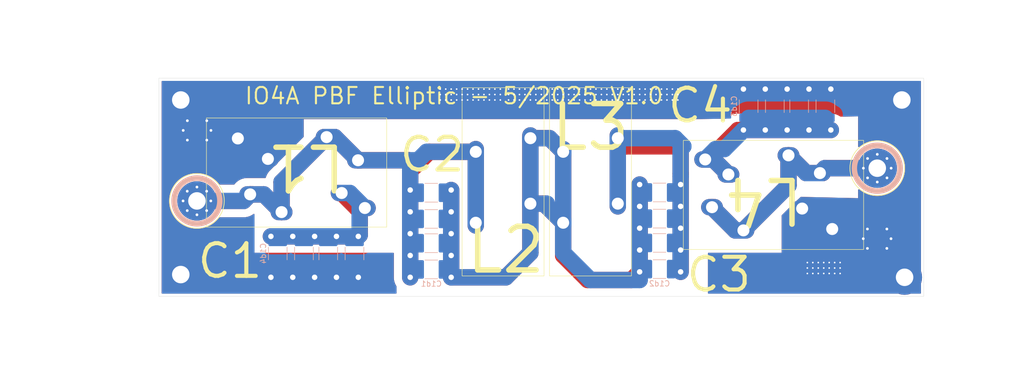
<source format=kicad_pcb>
(kicad_pcb (version 20241229) (generator "pcbnew") (generator_version "9.0")
  (layers (0 "F.Cu" signal) (2 "B.Cu" signal) (13 "F.Paste" user) (15 "B.Paste" user) (5 "F.SilkS" user "F.Silkscreen") (7 "B.SilkS" user "B.Silkscreen") (1 "F.Mask" user) (3 "B.Mask" user) (25 "Edge.Cuts" user))
  (net 0 "")
  (net 1 "Net-(C1-Pad1)")
  (net 2 "GND")
  (net 3 "Net-(J1-In)")
  (net 4 "Net-(C1d1-Pad2)")
  (net 5 "Net-(J2-In)")
  (net 6 "Net-(C1d3-Pad2)")
  (footprint "1_Induttori:va6am_induttore_3_pin_split" (layer "F.Cu") (at 143.7 74.3 180)
    (property "Reference" "L1" (at -1.75 1 180) (layer "F.SilkS") (effects (font (size 8 8) (thickness 1))))
    (property "Value" "L_tri")
    (fp_rect (start -16.5 -10) (end 16.5 10) (stroke (width 0.1)) (fill no) (layer "F.SilkS"))
    (pad "1" thru_hole oval (at -12.5 -6.5) (size 4 3) (drill 2.2) (layers "*.Cu" "*.Mask") (net 1 "Net-(C1-Pad1)"))
    (pad "1" thru_hole oval (at -8.25 -3.75) (size 4 3) (drill 2.2) (layers "*.Cu" "*.Mask") (net 1 "Net-(C1-Pad1)"))
    (pad "2" thru_hole oval (at -11.25 2.25) (size 4 3) (drill 2.2) (layers "*.Cu" "*.Mask") (net 3 "Net-(J1-In)"))
    (pad "2" thru_hole oval (at -5.5 6.5) (size 4 3) (drill 2.2) (layers "*.Cu" "*.Mask") (net 3 "Net-(J1-In)"))
    (pad "2" thru_hole oval (at 2.75 -7.25) (size 4 3) (drill 2.2) (layers "*.Cu" "*.Mask") (net 3 "Net-(J1-In)"))
    (pad "2" thru_hole oval (at 8.5 -4) (size 4 3) (drill 2.2) (layers "*.Cu" "*.Mask") (net 3 "Net-(J1-In)"))
    (pad "3" thru_hole oval (at 5.25 2.5) (size 4 3) (drill 2.2) (layers "*.Cu" "*.Mask") (net 2 "GND"))
    (pad "3" thru_hole oval (at 10.75 6.25) (size 4 3) (drill 2.2) (layers "*.Cu" "*.Mask") (net 2 "GND"))
  )
  (footprint "MountingHole:MountingHole_3.2mm_M3_Pad" (layer "F.Cu") (at 122.5 93)
    (property "Reference" "H1" (hide yes))
    (property "Value" "MountingHole_Pad")
    (pad "1" thru_hole circle (at 0 0) (size 6.4 6.4) (drill 3.2) (layers "*.Cu" "*.Mask") (net 2 "GND"))
  )
  (footprint "3_Condensatori:condensatore_VA6AM_5" (layer "F.Cu") (at 232.5 63 90)
    (property "Reference" "C4" (at 1 -14.9 0) (layer "F.SilkS") (effects (font (size 6 6) (thickness 0.75))))
    (property "Value" "C")
    (pad "1" thru_hole circle (at -3.5 -7 90) (size 1.8 1.8) (drill 1) (layers "*.Cu" "*.Mask") (net 6 "Net-(C1d3-Pad2)"))
    (pad "1" thru_hole circle (at -3.5 -3 90) (size 1.8 1.8) (drill 1) (layers "*.Cu" "*.Mask") (net 6 "Net-(C1d3-Pad2)"))
    (pad "1" thru_hole circle (at -3.5 1 90) (size 1.8 1.8) (drill 1) (layers "*.Cu" "*.Mask") (net 6 "Net-(C1d3-Pad2)"))
    (pad "1" thru_hole circle (at -3.5 5 90) (size 1.8 1.8) (drill 1) (layers "*.Cu" "*.Mask") (net 6 "Net-(C1d3-Pad2)"))
    (pad "1" thru_hole circle (at -3.5 9 90) (size 1.8 1.8) (drill 1) (layers "*.Cu" "*.Mask") (net 6 "Net-(C1d3-Pad2)"))
    (pad "2" thru_hole circle (at 4 -7 90) (size 1.8 1.8) (drill 1) (layers "*.Cu" "*.Mask") (net 2 "GND"))
    (pad "2" thru_hole circle (at 4 -3 90) (size 1.8 1.8) (drill 1) (layers "*.Cu" "*.Mask") (net 2 "GND"))
    (pad "2" thru_hole circle (at 4 1 90) (size 1.8 1.8) (drill 1) (layers "*.Cu" "*.Mask") (net 2 "GND"))
    (pad "2" thru_hole circle (at 4 5 90) (size 1.8 1.8) (drill 1) (layers "*.Cu" "*.Mask") (net 2 "GND"))
    (pad "2" thru_hole circle (at 4 9 90) (size 1.8 1.8) (drill 1) (layers "*.Cu" "*.Mask") (net 2 "GND"))
  )
  (footprint "1_Induttori:va6am_induttore" (layer "F.Cu") (at 181.5 76 90)
    (property "Reference" "L2" (at -12.5 0.5 0) (layer "F.SilkS") (effects (font (size 8 8) (thickness 1))))
    (property "Value" "L")
    (fp_rect (start -17.25 -7.5) (end 17.25 7.5) (stroke (width 0.1)) (fill no) (layer "F.SilkS"))
    (pad "1" thru_hole oval (at -7.5 -5 90) (size 4 3) (drill 2.2) (layers "*.Cu" "*.Mask") (net 3 "Net-(J1-In)"))
    (pad "1" thru_hole oval (at 5.5 -5 90) (size 4 3) (drill 2.2) (layers "*.Cu" "*.Mask") (net 3 "Net-(J1-In)"))
    (pad "2" thru_hole oval (at -4 5 90) (size 4 3) (drill 2.2) (layers "*.Cu" "*.Mask") (net 4 "Net-(C1d1-Pad2)"))
    (pad "2" thru_hole oval (at 8 5 90) (size 4 3) (drill 2.2) (layers "*.Cu" "*.Mask") (net 4 "Net-(C1d1-Pad2)"))
  )
  (footprint "3_Condensatori:condensatore_VA6AM_5" (layer "F.Cu") (at 210.5 85.5 180)
    (property "Reference" "C3" (at -10.5 -7.5 0) (layer "F.SilkS") (effects (font (size 6 6) (thickness 0.75))))
    (property "Value" "C")
    (pad "1" thru_hole circle (at -3.5 -7 180) (size 1.8 1.8) (drill 1) (layers "*.Cu" "*.Mask") (net 5 "Net-(J2-In)"))
    (pad "1" thru_hole circle (at -3.5 -3 180) (size 1.8 1.8) (drill 1) (layers "*.Cu" "*.Mask") (net 5 "Net-(J2-In)"))
    (pad "1" thru_hole circle (at -3.5 1 180) (size 1.8 1.8) (drill 1) (layers "*.Cu" "*.Mask") (net 5 "Net-(J2-In)"))
    (pad "1" thru_hole circle (at -3.5 5 180) (size 1.8 1.8) (drill 1) (layers "*.Cu" "*.Mask") (net 5 "Net-(J2-In)"))
    (pad "1" thru_hole circle (at -3.5 9 180) (size 1.8 1.8) (drill 1) (layers "*.Cu" "*.Mask") (net 5 "Net-(J2-In)"))
    (pad "2" thru_hole circle (at 4 -7 180) (size 1.8 1.8) (drill 1) (layers "*.Cu" "*.Mask") (net 4 "Net-(C1d1-Pad2)"))
    (pad "2" thru_hole circle (at 4 -3 180) (size 1.8 1.8) (drill 1) (layers "*.Cu" "*.Mask") (net 4 "Net-(C1d1-Pad2)"))
    (pad "2" thru_hole circle (at 4 1 180) (size 1.8 1.8) (drill 1) (layers "*.Cu" "*.Mask") (net 4 "Net-(C1d1-Pad2)"))
    (pad "2" thru_hole circle (at 4 5 180) (size 1.8 1.8) (drill 1) (layers "*.Cu" "*.Mask") (net 4 "Net-(C1d1-Pad2)"))
    (pad "2" thru_hole circle (at 4 9 180) (size 1.8 1.8) (drill 1) (layers "*.Cu" "*.Mask") (net 4 "Net-(C1d1-Pad2)"))
  )
  (footprint "MountingHole:MountingHole_3.2mm_M3_Pad" (layer "F.Cu") (at 254.5 61)
    (property "Reference" "H3" (hide yes))
    (property "Value" "MountingHole_Pad")
    (pad "1" thru_hole circle (at 0 0) (size 6.4 6.4) (drill 3.2) (layers "*.Cu" "*.Mask") (net 2 "GND"))
  )
  (footprint "3_Condensatori:condensatore_VA6AM_5" (layer "F.Cu") (at 148 89.5 -90)
    (property "Reference" "C1" (at 1 16.5 0) (layer "F.SilkS") (effects (font (size 6 6) (thickness 0.75))))
    (property "Value" "C")
    (pad "1" thru_hole circle (at -3.5 -7 270) (size 1.8 1.8) (drill 1) (layers "*.Cu" "*.Mask") (net 1 "Net-(C1-Pad1)"))
    (pad "1" thru_hole circle (at -3.5 -3 270) (size 1.8 1.8) (drill 1) (layers "*.Cu" "*.Mask") (net 1 "Net-(C1-Pad1)"))
    (pad "1" thru_hole circle (at -3.5 1 270) (size 1.8 1.8) (drill 1) (layers "*.Cu" "*.Mask") (net 1 "Net-(C1-Pad1)"))
    (pad "1" thru_hole circle (at -3.5 5 270) (size 1.8 1.8) (drill 1) (layers "*.Cu" "*.Mask") (net 1 "Net-(C1-Pad1)"))
    (pad "1" thru_hole circle (at -3.5 9 270) (size 1.8 1.8) (drill 1) (layers "*.Cu" "*.Mask") (net 1 "Net-(C1-Pad1)"))
    (pad "2" thru_hole circle (at 4 -7 270) (size 1.8 1.8) (drill 1) (layers "*.Cu" "*.Mask") (net 2 "GND"))
    (pad "2" thru_hole circle (at 4 -3 270) (size 1.8 1.8) (drill 1) (layers "*.Cu" "*.Mask") (net 2 "GND"))
    (pad "2" thru_hole circle (at 4 1 270) (size 1.8 1.8) (drill 1) (layers "*.Cu" "*.Mask") (net 2 "GND"))
    (pad "2" thru_hole circle (at 4 5 270) (size 1.8 1.8) (drill 1) (layers "*.Cu" "*.Mask") (net 2 "GND"))
    (pad "2" thru_hole circle (at 4 9 270) (size 1.8 1.8) (drill 1) (layers "*.Cu" "*.Mask") (net 2 "GND"))
  )
  (footprint "3_Condensatori:condensatore_VA6AM_5" (layer "F.Cu") (at 168.5 86.5 180)
    (property "Reference" "C2" (at 0 15.5 0) (layer "F.SilkS") (effects (font (size 6 6) (thickness 0.75))))
    (property "Value" "C")
    (pad "1" thru_hole circle (at -3.5 -7 180) (size 1.8 1.8) (drill 1) (layers "*.Cu" "*.Mask") (net 4 "Net-(C1d1-Pad2)"))
    (pad "1" thru_hole circle (at -3.5 -3 180) (size 1.8 1.8) (drill 1) (layers "*.Cu" "*.Mask") (net 4 "Net-(C1d1-Pad2)"))
    (pad "1" thru_hole circle (at -3.5 1 180) (size 1.8 1.8) (drill 1) (layers "*.Cu" "*.Mask") (net 4 "Net-(C1d1-Pad2)"))
    (pad "1" thru_hole circle (at -3.5 5 180) (size 1.8 1.8) (drill 1) (layers "*.Cu" "*.Mask") (net 4 "Net-(C1d1-Pad2)"))
    (pad "1" thru_hole circle (at -3.5 9 180) (size 1.8 1.8) (drill 1) (layers "*.Cu" "*.Mask") (net 4 "Net-(C1d1-Pad2)"))
    (pad "2" thru_hole circle (at 4 -7 180) (size 1.8 1.8) (drill 1) (layers "*.Cu" "*.Mask") (net 3 "Net-(J1-In)"))
    (pad "2" thru_hole circle (at 4 -3 180) (size 1.8 1.8) (drill 1) (layers "*.Cu" "*.Mask") (net 3 "Net-(J1-In)"))
    (pad "2" thru_hole circle (at 4 1 180) (size 1.8 1.8) (drill 1) (layers "*.Cu" "*.Mask") (net 3 "Net-(J1-In)"))
    (pad "2" thru_hole circle (at 4 5 180) (size 1.8 1.8) (drill 1) (layers "*.Cu" "*.Mask") (net 3 "Net-(J1-In)"))
    (pad "2" thru_hole circle (at 4 9 180) (size 1.8 1.8) (drill 1) (layers "*.Cu" "*.Mask") (net 3 "Net-(J1-In)"))
  )
  (footprint "1_Induttori:coax_solder" (layer "F.Cu") (at 125.46 79.5 180)
    (property "Reference" "J1" (hide yes))
    (property "Value" "Conn_Coaxial")
    (fp_circle (center 0 0) (end 5 0) (stroke (width 0.15)) (fill no) (layer "F.SilkS"))
    (fp_circle (center 0 0) (end 4.2 0) (stroke (width 1)) (fill no) (layer "B.SilkS"))
    (pad "1" thru_hole circle (at -2.54 0 180) (size 0.7 0.7) (drill 0.5) (layers "*.Cu" "*.Mask") (net 3 "Net-(J1-In)"))
    (pad "1" thru_hole circle (at -1.778 -1.778 180) (size 0.7 0.7) (drill 0.5) (layers "*.Cu" "*.Mask") (net 3 "Net-(J1-In)"))
    (pad "1" thru_hole circle (at -1.778 1.778 180) (size 0.7 0.7) (drill 0.5) (layers "*.Cu" "*.Mask") (net 3 "Net-(J1-In)"))
    (pad "1" thru_hole circle (at 0 -2.54 180) (size 0.7 0.7) (drill 0.5) (layers "*.Cu" "*.Mask") (net 3 "Net-(J1-In)"))
    (pad "1" thru_hole circle (at 0 0 180) (size 7.2 7.2) (drill 3.2) (layers "*.Cu" "*.Mask") (net 3 "Net-(J1-In)"))
    (pad "1" thru_hole circle (at 0 2.54 180) (size 0.7 0.7) (drill 0.5) (layers "*.Cu" "*.Mask") (net 3 "Net-(J1-In)"))
    (pad "1" thru_hole circle (at 1.778 -1.778 180) (size 0.7 0.7) (drill 0.5) (layers "*.Cu" "*.Mask") (net 3 "Net-(J1-In)"))
    (pad "1" thru_hole circle (at 1.778 1.778 180) (size 0.7 0.7) (drill 0.5) (layers "*.Cu" "*.Mask") (net 3 "Net-(J1-In)"))
    (pad "1" thru_hole circle (at 2.54 0 180) (size 0.7 0.7) (drill 0.5) (layers "*.Cu" "*.Mask") (net 3 "Net-(J1-In)"))
    (pad "2" thru_hole circle (at -2.564 12.924 180) (size 0.7 0.7) (drill 0.5) (layers "*.Cu" "*.Mask") (net 2 "GND"))
    (pad "2" thru_hole circle (at -1.802 11.146 180) (size 0.7 0.7) (drill 0.5) (layers "*.Cu" "*.Mask") (net 2 "GND"))
    (pad "2" thru_hole circle (at -1.802 14.702 180) (size 0.7 0.7) (drill 0.5) (layers "*.Cu" "*.Mask") (net 2 "GND"))
    (pad "2" smd rect (at 0 12.9 180) (size 7 5) (layers "F.Cu" "F.Mask" "F.Paste") (net 2 "GND"))
    (pad "2" thru_hole circle (at 1.754 11.146 180) (size 0.7 0.7) (drill 0.5) (layers "*.Cu" "*.Mask") (net 2 "GND"))
    (pad "2" thru_hole circle (at 1.754 14.702 180) (size 0.7 0.7) (drill 0.5) (layers "*.Cu" "*.Mask") (net 2 "GND"))
    (pad "2" thru_hole circle (at 2.516 12.924 180) (size 0.7 0.7) (drill 0.5) (layers "*.Cu" "*.Mask") (net 2 "GND"))
  )
  (footprint "MountingHole:MountingHole_3.2mm_M3_Pad" (layer "F.Cu") (at 122.5 61)
    (property "Reference" "H2" (hide yes))
    (property "Value" "MountingHole_Pad")
    (pad "1" thru_hole circle (at 0 0) (size 6.4 6.4) (drill 3.2) (layers "*.Cu" "*.Mask") (net 2 "GND"))
  )
  (footprint "1_Induttori:va6am_induttore_3_pin_split" (layer "F.Cu") (at 231 78.4)
    (property "Reference" "L4" (at -1.75 1 180) (layer "F.SilkS") (effects (font (size 8 8) (thickness 1))))
    (property "Value" "L_tri")
    (fp_rect (start -16.5 -10) (end 16.5 10) (stroke (width 0.1)) (fill no) (layer "F.SilkS"))
    (pad "1" thru_hole oval (at -12.5 -6.5 180) (size 4 3) (drill 2.2) (layers "*.Cu" "*.Mask") (net 6 "Net-(C1d3-Pad2)"))
    (pad "1" thru_hole oval (at -8.25 -3.75 180) (size 4 3) (drill 2.2) (layers "*.Cu" "*.Mask") (net 6 "Net-(C1d3-Pad2)"))
    (pad "2" thru_hole oval (at -11.25 2.25 180) (size 4 3) (drill 2.2) (layers "*.Cu" "*.Mask") (net 5 "Net-(J2-In)"))
    (pad "2" thru_hole oval (at -5.5 6.5 180) (size 4 3) (drill 2.2) (layers "*.Cu" "*.Mask") (net 5 "Net-(J2-In)"))
    (pad "2" thru_hole oval (at 2.75 -7.25 180) (size 4 3) (drill 2.2) (layers "*.Cu" "*.Mask") (net 5 "Net-(J2-In)"))
    (pad "2" thru_hole oval (at 8.5 -4 180) (size 4 3) (drill 2.2) (layers "*.Cu" "*.Mask") (net 5 "Net-(J2-In)"))
    (pad "3" thru_hole oval (at 5.25 2.5 180) (size 4 3) (drill 2.2) (layers "*.Cu" "*.Mask") (net 2 "GND"))
    (pad "3" thru_hole oval (at 10.75 6.25 180) (size 4 3) (drill 2.2) (layers "*.Cu" "*.Mask") (net 2 "GND"))
  )
  (footprint "MountingHole:MountingHole_3.2mm_M3_Pad" (layer "F.Cu") (at 255 93.5)
    (property "Reference" "H4" (hide yes))
    (property "Value" "MountingHole_Pad")
    (pad "1" thru_hole circle (at 0 0) (size 6.4 6.4) (drill 3.2) (layers "*.Cu" "*.Mask") (net 2 "GND"))
  )
  (footprint "1_Induttori:coax_solder" (layer "F.Cu") (at 250 73.5)
    (property "Reference" "J2" (hide yes))
    (property "Value" "Conn_Coaxial")
    (fp_circle (center 0 0) (end 5 0) (stroke (width 0.15)) (fill no) (layer "F.SilkS"))
    (fp_circle (center 0 0) (end 4.2 0) (stroke (width 1)) (fill no) (layer "B.SilkS"))
    (pad "1" thru_hole circle (at -2.54 0) (size 0.7 0.7) (drill 0.5) (layers "*.Cu" "*.Mask") (net 5 "Net-(J2-In)"))
    (pad "1" thru_hole circle (at -1.778 -1.778) (size 0.7 0.7) (drill 0.5) (layers "*.Cu" "*.Mask") (net 5 "Net-(J2-In)"))
    (pad "1" thru_hole circle (at -1.778 1.778) (size 0.7 0.7) (drill 0.5) (layers "*.Cu" "*.Mask") (net 5 "Net-(J2-In)"))
    (pad "1" thru_hole circle (at 0 -2.54) (size 0.7 0.7) (drill 0.5) (layers "*.Cu" "*.Mask") (net 5 "Net-(J2-In)"))
    (pad "1" thru_hole circle (at 0 0) (size 7.2 7.2) (drill 3.2) (layers "*.Cu" "*.Mask") (net 5 "Net-(J2-In)"))
    (pad "1" thru_hole circle (at 0 2.54) (size 0.7 0.7) (drill 0.5) (layers "*.Cu" "*.Mask") (net 5 "Net-(J2-In)"))
    (pad "1" thru_hole circle (at 1.778 -1.778) (size 0.7 0.7) (drill 0.5) (layers "*.Cu" "*.Mask") (net 5 "Net-(J2-In)"))
    (pad "1" thru_hole circle (at 1.778 1.778) (size 0.7 0.7) (drill 0.5) (layers "*.Cu" "*.Mask") (net 5 "Net-(J2-In)"))
    (pad "1" thru_hole circle (at 2.54 0) (size 0.7 0.7) (drill 0.5) (layers "*.Cu" "*.Mask") (net 5 "Net-(J2-In)"))
    (pad "2" thru_hole circle (at -2.564 12.924) (size 0.7 0.7) (drill 0.5) (layers "*.Cu" "*.Mask") (net 2 "GND"))
    (pad "2" thru_hole circle (at -1.802 11.146) (size 0.7 0.7) (drill 0.5) (layers "*.Cu" "*.Mask") (net 2 "GND"))
    (pad "2" thru_hole circle (at -1.802 14.702) (size 0.7 0.7) (drill 0.5) (layers "*.Cu" "*.Mask") (net 2 "GND"))
    (pad "2" smd rect (at 0 12.9) (size 7 5) (layers "F.Cu" "F.Mask" "F.Paste") (net 2 "GND"))
    (pad "2" thru_hole circle (at 1.754 11.146) (size 0.7 0.7) (drill 0.5) (layers "*.Cu" "*.Mask") (net 2 "GND"))
    (pad "2" thru_hole circle (at 1.754 14.702) (size 0.7 0.7) (drill 0.5) (layers "*.Cu" "*.Mask") (net 2 "GND"))
    (pad "2" thru_hole circle (at 2.516 12.924) (size 0.7 0.7) (drill 0.5) (layers "*.Cu" "*.Mask") (net 2 "GND"))
  )
  (footprint "1_Induttori:va6am_induttore" (layer "F.Cu") (at 197.5 76 90)
    (property "Reference" "L3" (at 10 0 0) (layer "F.SilkS") (effects (font (size 8 8) (thickness 1))))
    (property "Value" "L")
    (fp_rect (start -17.25 -7.5) (end 17.25 7.5) (stroke (width 0.1)) (fill no) (layer "F.SilkS"))
    (pad "1" thru_hole oval (at -7.5 -5 90) (size 4 3) (drill 2.2) (layers "*.Cu" "*.Mask") (net 4 "Net-(C1d1-Pad2)"))
    (pad "1" thru_hole oval (at 5.5 -5 90) (size 4 3) (drill 2.2) (layers "*.Cu" "*.Mask") (net 4 "Net-(C1d1-Pad2)"))
    (pad "2" thru_hole oval (at -4 5 90) (size 4 3) (drill 2.2) (layers "*.Cu" "*.Mask") (net 5 "Net-(J2-In)"))
    (pad "2" thru_hole oval (at 8 5 90) (size 4 3) (drill 2.2) (layers "*.Cu" "*.Mask") (net 5 "Net-(J2-In)"))
  )
  (footprint "3_Condensatori:C_1812_multiplo" (layer "B.Cu") (at 147.25 89.0675 -90)
    (property "Reference" "C1d4" (at 0.07 9.65 90) (layer "B.SilkS") (effects (justify mirror)))
    (property "Value" "C")
    (fp_line (start -1.091252 8.71) (end 1.231252 8.71) (stroke (width 0.12)) (layer "B.SilkS"))
    (fp_line (start -1.091252 5.29) (end 1.231252 5.29) (stroke (width 0.12)) (layer "B.SilkS"))
    (fp_line (start -1.091252 3.91) (end 1.231252 3.91) (stroke (width 0.12)) (layer "B.SilkS"))
    (fp_line (start -1.091252 0.49) (end 1.231252 0.49) (stroke (width 0.12)) (layer "B.SilkS"))
    (fp_line (start -1.091252 -0.54) (end 1.231252 -0.54) (stroke (width 0.12)) (layer "B.SilkS"))
    (fp_line (start -1.091252 -3.96) (end 1.231252 -3.96) (stroke (width 0.12)) (layer "B.SilkS"))
    (fp_line (start -1.091252 -5.34) (end 1.231252 -5.34) (stroke (width 0.12)) (layer "B.SilkS"))
    (fp_line (start -1.091252 -8.76) (end 1.231252 -8.76) (stroke (width 0.12)) (layer "B.SilkS"))
    (pad "1" smd roundrect (at -2.0675 -7.05 270) (size 1.575 3.4) (layers "B.Cu" "B.Mask" "B.Paste") (roundrect_rratio 0.15873) (net 1 "Net-(C1-Pad1)"))
    (pad "1" smd roundrect (at -2.0675 -2.25 270) (size 1.575 3.4) (layers "B.Cu" "B.Mask" "B.Paste") (roundrect_rratio 0.15873) (net 1 "Net-(C1-Pad1)"))
    (pad "1" smd roundrect (at -2.0675 2.2 270) (size 1.575 3.4) (layers "B.Cu" "B.Mask" "B.Paste") (roundrect_rratio 0.15873) (net 1 "Net-(C1-Pad1)"))
    (pad "1" smd roundrect (at -2.0675 7 270) (size 1.575 3.4) (layers "B.Cu" "B.Mask" "B.Paste") (roundrect_rratio 0.15873) (net 1 "Net-(C1-Pad1)"))
    (pad "2" smd roundrect (at 2.2075 -7.05 270) (size 1.575 3.4) (layers "B.Cu" "B.Mask" "B.Paste") (roundrect_rratio 0.15873) (net 2 "GND"))
    (pad "2" smd roundrect (at 2.2075 -2.25 270) (size 1.575 3.4) (layers "B.Cu" "B.Mask" "B.Paste") (roundrect_rratio 0.15873) (net 2 "GND"))
    (pad "2" smd roundrect (at 2.2075 2.2 270) (size 1.575 3.4) (layers "B.Cu" "B.Mask" "B.Paste") (roundrect_rratio 0.15873) (net 2 "GND"))
    (pad "2" smd roundrect (at 2.2075 7 270) (size 1.575 3.4) (layers "B.Cu" "B.Mask" "B.Paste") (roundrect_rratio 0.15873) (net 2 "GND"))
  )
  (footprint "3_Condensatori:C_1812_multiplo" (layer "B.Cu") (at 210.0675 85)
    (property "Reference" "C1d2" (at 0.07 9.65 0) (layer "B.SilkS") (effects (justify mirror)))
    (property "Value" "C")
    (fp_line (start -1.091252 -8.76) (end 1.231252 -8.76) (stroke (width 0.12)) (layer "B.SilkS"))
    (fp_line (start -1.091252 -5.34) (end 1.231252 -5.34) (stroke (width 0.12)) (layer "B.SilkS"))
    (fp_line (start -1.091252 -3.96) (end 1.231252 -3.96) (stroke (width 0.12)) (layer "B.SilkS"))
    (fp_line (start -1.091252 -0.54) (end 1.231252 -0.54) (stroke (width 0.12)) (layer "B.SilkS"))
    (fp_line (start -1.091252 0.49) (end 1.231252 0.49) (stroke (width 0.12)) (layer "B.SilkS"))
    (fp_line (start -1.091252 3.91) (end 1.231252 3.91) (stroke (width 0.12)) (layer "B.SilkS"))
    (fp_line (start -1.091252 5.29) (end 1.231252 5.29) (stroke (width 0.12)) (layer "B.SilkS"))
    (fp_line (start -1.091252 8.71) (end 1.231252 8.71) (stroke (width 0.12)) (layer "B.SilkS"))
    (pad "1" smd roundrect (at -2.0675 -7.05) (size 1.575 3.4) (layers "B.Cu" "B.Mask" "B.Paste") (roundrect_rratio 0.15873) (net 4 "Net-(C1d1-Pad2)"))
    (pad "1" smd roundrect (at -2.0675 -2.25) (size 1.575 3.4) (layers "B.Cu" "B.Mask" "B.Paste") (roundrect_rratio 0.15873) (net 4 "Net-(C1d1-Pad2)"))
    (pad "1" smd roundrect (at -2.0675 2.2) (size 1.575 3.4) (layers "B.Cu" "B.Mask" "B.Paste") (roundrect_rratio 0.15873) (net 4 "Net-(C1d1-Pad2)"))
    (pad "1" smd roundrect (at -2.0675 7) (size 1.575 3.4) (layers "B.Cu" "B.Mask" "B.Paste") (roundrect_rratio 0.15873) (net 4 "Net-(C1d1-Pad2)"))
    (pad "2" smd roundrect (at 2.2075 -7.05) (size 1.575 3.4) (layers "B.Cu" "B.Mask" "B.Paste") (roundrect_rratio 0.15873) (net 5 "Net-(J2-In)"))
    (pad "2" smd roundrect (at 2.2075 -2.25) (size 1.575 3.4) (layers "B.Cu" "B.Mask" "B.Paste") (roundrect_rratio 0.15873) (net 5 "Net-(J2-In)"))
    (pad "2" smd roundrect (at 2.2075 2.2) (size 1.575 3.4) (layers "B.Cu" "B.Mask" "B.Paste") (roundrect_rratio 0.15873) (net 5 "Net-(J2-In)"))
    (pad "2" smd roundrect (at 2.2075 7) (size 1.575 3.4) (layers "B.Cu" "B.Mask" "B.Paste") (roundrect_rratio 0.15873) (net 5 "Net-(J2-In)"))
  )
  (footprint "3_Condensatori:C_1812_multiplo" (layer "B.Cu") (at 168.2925 85.05)
    (property "Reference" "C1d1" (at 0.07 9.65 0) (layer "B.SilkS") (effects (justify mirror)))
    (property "Value" "C")
    (fp_line (start -1.091252 -8.76) (end 1.231252 -8.76) (stroke (width 0.12)) (layer "B.SilkS"))
    (fp_line (start -1.091252 -5.34) (end 1.231252 -5.34) (stroke (width 0.12)) (layer "B.SilkS"))
    (fp_line (start -1.091252 -3.96) (end 1.231252 -3.96) (stroke (width 0.12)) (layer "B.SilkS"))
    (fp_line (start -1.091252 -0.54) (end 1.231252 -0.54) (stroke (width 0.12)) (layer "B.SilkS"))
    (fp_line (start -1.091252 0.49) (end 1.231252 0.49) (stroke (width 0.12)) (layer "B.SilkS"))
    (fp_line (start -1.091252 3.91) (end 1.231252 3.91) (stroke (width 0.12)) (layer "B.SilkS"))
    (fp_line (start -1.091252 5.29) (end 1.231252 5.29) (stroke (width 0.12)) (layer "B.SilkS"))
    (fp_line (start -1.091252 8.71) (end 1.231252 8.71) (stroke (width 0.12)) (layer "B.SilkS"))
    (pad "1" smd roundrect (at -2.0675 -7.05) (size 1.575 3.4) (layers "B.Cu" "B.Mask" "B.Paste") (roundrect_rratio 0.15873) (net 3 "Net-(J1-In)"))
    (pad "1" smd roundrect (at -2.0675 -2.25) (size 1.575 3.4) (layers "B.Cu" "B.Mask" "B.Paste") (roundrect_rratio 0.15873) (net 3 "Net-(J1-In)"))
    (pad "1" smd roundrect (at -2.0675 2.2) (size 1.575 3.4) (layers "B.Cu" "B.Mask" "B.Paste") (roundrect_rratio 0.15873) (net 3 "Net-(J1-In)"))
    (pad "1" smd roundrect (at -2.0675 7) (size 1.575 3.4) (layers "B.Cu" "B.Mask" "B.Paste") (roundrect_rratio 0.15873) (net 3 "Net-(J1-In)"))
    (pad "2" smd roundrect (at 2.2075 -7.05) (size 1.575 3.4) (layers "B.Cu" "B.Mask" "B.Paste") (roundrect_rratio 0.15873) (net 4 "Net-(C1d1-Pad2)"))
    (pad "2" smd roundrect (at 2.2075 -2.25) (size 1.575 3.4) (layers "B.Cu" "B.Mask" "B.Paste") (roundrect_rratio 0.15873) (net 4 "Net-(C1d1-Pad2)"))
    (pad "2" smd roundrect (at 2.2075 2.2) (size 1.575 3.4) (layers "B.Cu" "B.Mask" "B.Paste") (roundrect_rratio 0.15873) (net 4 "Net-(C1d1-Pad2)"))
    (pad "2" smd roundrect (at 2.2075 7) (size 1.575 3.4) (layers "B.Cu" "B.Mask" "B.Paste") (roundrect_rratio 0.15873) (net 4 "Net-(C1d1-Pad2)"))
  )
  (footprint "3_Condensatori:C_1812_multiplo" (layer "B.Cu") (at 233.45 62.0675 -90)
    (property "Reference" "C1d3" (at 0.07 9.65 90) (layer "B.SilkS") (effects (justify mirror)))
    (property "Value" "C")
    (fp_line (start -1.091252 8.71) (end 1.231252 8.71) (stroke (width 0.12)) (layer "B.SilkS"))
    (fp_line (start -1.091252 5.29) (end 1.231252 5.29) (stroke (width 0.12)) (layer "B.SilkS"))
    (fp_line (start -1.091252 3.91) (end 1.231252 3.91) (stroke (width 0.12)) (layer "B.SilkS"))
    (fp_line (start -1.091252 0.49) (end 1.231252 0.49) (stroke (width 0.12)) (layer "B.SilkS"))
    (fp_line (start -1.091252 -0.54) (end 1.231252 -0.54) (stroke (width 0.12)) (layer "B.SilkS"))
    (fp_line (start -1.091252 -3.96) (end 1.231252 -3.96) (stroke (width 0.12)) (layer "B.SilkS"))
    (fp_line (start -1.091252 -5.34) (end 1.231252 -5.34) (stroke (width 0.12)) (layer "B.SilkS"))
    (fp_line (start -1.091252 -8.76) (end 1.231252 -8.76) (stroke (width 0.12)) (layer "B.SilkS"))
    (pad "1" smd roundrect (at -2.0675 -7.05 270) (size 1.575 3.4) (layers "B.Cu" "B.Mask" "B.Paste") (roundrect_rratio 0.15873) (net 2 "GND"))
    (pad "1" smd roundrect (at -2.0675 -2.25 270) (size 1.575 3.4) (layers "B.Cu" "B.Mask" "B.Paste") (roundrect_rratio 0.15873) (net 2 "GND"))
    (pad "1" smd roundrect (at -2.0675 2.2 270) (size 1.575 3.4) (layers "B.Cu" "B.Mask" "B.Paste") (roundrect_rratio 0.15873) (net 2 "GND"))
    (pad "1" smd roundrect (at -2.0675 7 270) (size 1.575 3.4) (layers "B.Cu" "B.Mask" "B.Paste") (roundrect_rratio 0.15873) (net 2 "GND"))
    (pad "2" smd roundrect (at 2.2075 -7.05 270) (size 1.575 3.4) (layers "B.Cu" "B.Mask" "B.Paste") (roundrect_rratio 0.15873) (net 6 "Net-(C1d3-Pad2)"))
    (pad "2" smd roundrect (at 2.2075 -2.25 270) (size 1.575 3.4) (layers "B.Cu" "B.Mask" "B.Paste") (roundrect_rratio 0.15873) (net 6 "Net-(C1d3-Pad2)"))
    (pad "2" smd roundrect (at 2.2075 2.2 270) (size 1.575 3.4) (layers "B.Cu" "B.Mask" "B.Paste") (roundrect_rratio 0.15873) (net 6 "Net-(C1d3-Pad2)"))
    (pad "2" smd roundrect (at 2.2075 7 270) (size 1.575 3.4) (layers "B.Cu" "B.Mask" "B.Paste") (roundrect_rratio 0.15873) (net 6 "Net-(C1d3-Pad2)"))
  )
  (gr_rect (start 118.5 57) (end 258.5 97) (stroke (width 0.05)) (fill no) (layer "Edge.Cuts"))
  (gr_text "IO4A PBF Elliptic - 5/2025 V1.0" (at 134 62 0) (layer "F.SilkS") (effects (font (size 3 3) (thickness 0.375)) (justify left bottom)))
  (segment (start 155.25 85.75) (end 155 86) (width 3) (layer "F.Cu") (net 1))
  (segment (start 155.25 80.75) (end 155.25 85.75) (width 3) (layer "F.Cu") (net 1))
  (segment (start 156.2 80.8) (end 154.7 80.8) (width 3) (layer "F.Cu") (net 1))
  (segment (start 139 86) (end 155 86) (width 3) (layer "F.Cu") (net 1))
  (segment (start 154.7 80.8) (end 151.95 78.05) (width 3) (layer "F.Cu") (net 1))
  (segment (start 155.25 85.75) (end 155 86) (width 3) (layer "B.Cu") (net 1))
  (segment (start 151.95 78.05) (end 153.45 78.05) (width 3) (layer "B.Cu") (net 1))
  (segment (start 153.45 78.05) (end 156.2 80.8) (width 3) (layer "B.Cu") (net 1))
  (segment (start 139 86) (end 155 86) (width 3) (layer "B.Cu") (net 1))
  (segment (start 155.25 80.75) (end 155.25 85.75) (width 3) (layer "B.Cu") (net 1))
  (segment (start 225.5 59) (end 241.5 59) (width 3) (layer "F.Cu") (net 2))
  (segment (start 139 93.5) (end 155 93.5) (width 3) (layer "F.Cu") (net 2))
  (via (at 183.5 60) (size 0.6) (drill 0.3) (layers "F.Cu" "B.Cu") (net 2))
  (via (at 240.2 92.8) (size 0.6) (drill 0.3) (layers "F.Cu" "B.Cu") (net 2))
  (via (at 176 60) (size 0.6) (drill 0.3) (layers "F.Cu" "B.Cu") (net 2))
  (via (at 185.5 59) (size 0.6) (drill 0.3) (layers "F.Cu" "B.Cu") (net 2))
  (via (at 211.5 60) (size 0.6) (drill 0.3) (layers "F.Cu" "B.Cu") (net 2))
  (via (at 195.5 61) (size 0.6) (drill 0.3) (layers "F.Cu" "B.Cu") (net 2))
  (via (at 194.5 61) (size 0.6) (drill 0.3) (layers "F.Cu" "B.Cu") (net 2))
  (via (at 189.5 59) (size 0.6) (drill 0.3) (layers "F.Cu" "B.Cu") (net 2))
  (via (at 172 61) (size 0.6) (drill 0.3) (layers "F.Cu" "B.Cu") (net 2))
  (via (at 180 61) (size 0.6) (drill 0.3) (layers "F.Cu" "B.Cu") (net 2))
  (via (at 199.5 61) (size 0.6) (drill 0.3) (layers "F.Cu" "B.Cu") (net 2))
  (via (at 193.5 59) (size 0.6) (drill 0.3) (layers "F.Cu" "B.Cu") (net 2))
  (via (at 237.2 90.8) (size 0.6) (drill 0.3) (layers "F.Cu" "B.Cu") (net 2))
  (via (at 239.2 92.8) (size 0.6) (drill 0.3) (layers "F.Cu" "B.Cu") (net 2))
  (via (at 197.5 59) (size 0.6) (drill 0.3) (layers "F.Cu" "B.Cu") (net 2))
  (via (at 170 61) (size 0.6) (drill 0.3) (layers "F.Cu" "B.Cu") (net 2))
  (via (at 190.5 61) (size 0.6) (drill 0.3) (layers "F.Cu" "B.Cu") (net 2))
  (via (at 241.2 92.8) (size 0.6) (drill 0.3) (layers "F.Cu" "B.Cu") (net 2))
  (via (at 194.5 60) (size 0.6) (drill 0.3) (layers "F.Cu" "B.Cu") (net 2))
  (via (at 207.5 61) (size 0.6) (drill 0.3) (layers "F.Cu" "B.Cu") (net 2))
  (via (at 203.5 59) (size 0.6) (drill 0.3) (layers "F.Cu" "B.Cu") (net 2))
  (via (at 201.5 61) (size 0.6) (drill 0.3) (layers "F.Cu" "B.Cu") (net 2))
  (via (at 237.2 91.8) (size 0.6) (drill 0.3) (layers "F.Cu" "B.Cu") (net 2))
  (via (at 171 61) (size 0.6) (drill 0.3) (layers "F.Cu" "B.Cu") (net 2))
  (via (at 177 60) (size 0.6) (drill 0.3) (layers "F.Cu" "B.Cu") (net 2))
  (via (at 191.5 59) (size 0.6) (drill 0.3) (layers "F.Cu" "B.Cu") (net 2))
  (via (at 174 59) (size 0.6) (drill 0.3) (layers "F.Cu" "B.Cu") (net 2))
  (via (at 186.5 59) (size 0.6) (drill 0.3) (layers "F.Cu" "B.Cu") (net 2))
  (via (at 196.5 59) (size 0.6) (drill 0.3) (layers "F.Cu" "B.Cu") (net 2))
  (via (at 191.5 60) (size 0.6) (drill 0.3) (layers "F.Cu" "B.Cu") (net 2))
  (via (at 184.5 61) (size 0.6) (drill 0.3) (layers "F.Cu" "B.Cu") (net 2))
  (via (at 184.5 60) (size 0.6) (drill 0.3) (layers "F.Cu" "B.Cu") (net 2))
  (via (at 237.2 92.8) (size 0.6) (drill 0.3) (layers "F.Cu" "B.Cu") (net 2))
  (via (at 198.5 60) (size 0.6) (drill 0.3) (layers "F.Cu" "B.Cu") (net 2))
  (via (at 205.5 59) (size 0.6) (drill 0.3) (layers "F.Cu" "B.Cu") (net 2))
  (via (at 239.2 91.8) (size 0.6) (drill 0.3) (layers "F.Cu" "B.Cu") (net 2))
  (via (at 207.5 60) (size 0.6) (drill 0.3) (layers "F.Cu" "B.Cu") (net 2))
  (via (at 192.5 60) (size 0.6) (drill 0.3) (layers "F.Cu" "B.Cu") (net 2))
  (via (at 192.5 59) (size 0.6) (drill 0.3) (layers "F.Cu" "B.Cu") (net 2))
  (via (at 208.5 60) (size 0.6) (drill 0.3) (layers "F.Cu" "B.Cu") (net 2))
  (via (at 243.2 92.8) (size 0.6) (drill 0.3) (layers "F.Cu" "B.Cu") (net 2))
  (via (at 176 61) (size 0.6) (drill 0.3) (layers "F.Cu" "B.Cu") (net 2))
  (via (at 201.5 59) (size 0.6) (drill 0.3) (layers "F.Cu" "B.Cu") (net 2))
  (via (at 179 59) (size 0.6) (drill 0.3) (layers "F.Cu" "B.Cu") (net 2))
  (via (at 212.5 61) (size 0.6) (drill 0.3) (layers "F.Cu" "B.Cu") (net 2))
  (via (at 209.5 61) (size 0.6) (drill 0.3) (layers "F.Cu" "B.Cu") (net 2))
  (via (at 198.5 61) (size 0.6) (drill 0.3) (layers "F.Cu" "B.Cu") (net 2))
  (via (at 185.5 60) (size 0.6) (drill 0.3) (layers "F.Cu" "B.Cu") (net 2))
  (via (at 202.5 61) (size 0.6) (drill 0.3) (layers "F.Cu" "B.Cu") (net 2))
  (via (at 188.5 60) (size 0.6) (drill 0.3) (layers "F.Cu" "B.Cu") (net 2))
  (via (at 242.2 92.8) (size 0.6) (drill 0.3) (layers "F.Cu" "B.Cu") (net 2))
  (via (at 238.2 91.8) (size 0.6) (drill 0.3) (layers "F.Cu" "B.Cu") (net 2))
  (via (at 172 59) (size 0.6) (drill 0.3) (layers "F.Cu" "B.Cu") (net 2))
  (via (at 191.5 61) (size 0.6) (drill 0.3) (layers "F.Cu" "B.Cu") (net 2))
  (via (at 199.5 60) (size 0.6) (drill 0.3) (layers "F.Cu" "B.Cu") (net 2))
  (via (at 183.5 61) (size 0.6) (drill 0.3) (layers "F.Cu" "B.Cu") (net 2))
  (via (at 182.5 60) (size 0.6) (drill 0.3) (layers "F.Cu" "B.Cu") (net 2))
  (via (at 243.2 91.8) (size 0.6) (drill 0.3) (layers "F.Cu" "B.Cu") (net 2))
  (via (at 209.5 59) (size 0.6) (drill 0.3) (layers "F.Cu" "B.Cu") (net 2))
  (via (at 171 60) (size 0.6) (drill 0.3) (layers "F.Cu" "B.Cu") (net 2))
  (via (at 186.5 60) (size 0.6) (drill 0.3) (layers "F.Cu" "B.Cu") (net 2))
  (via (at 177 59) (size 0.6) (drill 0.3) (layers "F.Cu" "B.Cu") (net 2))
  (via (at 197.5 60) (size 0.6) (drill 0.3) (layers "F.Cu" "B.Cu") (net 2))
  (via (at 202.5 59) (size 0.6) (drill 0.3) (layers "F.Cu" "B.Cu") (net 2))
  (via (at 206.5 61) (size 0.6) (drill 0.3) (layers "F.Cu" "B.Cu") (net 2))
  (via (at 203.5 61) (size 0.6) (drill 0.3) (layers "F.Cu" "B.Cu") (net 2))
  (via (at 190.5 60) (size 0.6) (drill 0.3) (layers "F.Cu" "B.Cu") (net 2))
  (via (at 204.5 61) (size 0.6) (drill 0.3) (layers "F.Cu" "B.Cu") (net 2))
  (via (at 212.5 60) (size 0.6) (drill 0.3) (layers "F.Cu" "B.Cu") (net 2))
  (via (at 239.2 90.8) (size 0.6) (drill 0.3) (layers "F.Cu" "B.Cu") (net 2))
  (via (at 195.5 60) (size 0.6) (drill 0.3) (layers "F.Cu" "B.Cu") (net 2))
  (via (at 206.5 60) (size 0.6) (drill 0.3) (layers "F.Cu" "B.Cu") (net 2))
  (via (at 185.5 61) (size 0.6) (drill 0.3) (layers "F.Cu" "B.Cu") (net 2))
  (via (at 195.5 59) (size 0.6) (drill 0.3) (layers "F.Cu" "B.Cu") (net 2))
  (via (at 175 60) (size 0.6) (drill 0.3) (layers "F.Cu" "B.Cu") (net 2))
  (via (at 192.5 61) (size 0.6) (drill 0.3) (layers "F.Cu" "B.Cu") (net 2))
  (via (at 197.5 61) (size 0.6) (drill 0.3) (layers "F.Cu" "B.Cu") (net 2))
  (via (at 202.5 60) (size 0.6) (drill 0.3) (layers "F.Cu" "B.Cu") (net 2))
  (via (at 187.5 60) (size 0.6) (drill 0.3) (layers "F.Cu" "B.Cu") (net 2))
  (via (at 203.5 60) (size 0.6) (drill 0.3) (layers "F.Cu" "B.Cu") (net 2))
  (via (at 242.2 91.8) (size 0.6) (drill 0.3) (layers "F.Cu" "B.Cu") (net 2))
  (via (at 177 61) (size 0.6) (drill 0.3) (layers "F.Cu" "B.Cu") (net 2))
  (via (at 240.2 91.8) (size 0.6) (drill 0.3) (layers "F.Cu" "B.Cu") (net 2))
  (via (at 213.5 59) (size 0.6) (drill 0.3) (layers "F.Cu" "B.Cu") (net 2))
  (via (at 210.5 61) (size 0.6) (drill 0.3) (layers "F.Cu" "B.Cu") (net 2))
  (via (at 188.5 61) (size 0.6) (drill 0.3) (layers "F.Cu" "B.Cu") (net 2))
  (via (at 178 59) (size 0.6) (drill 0.3) (layers "F.Cu" "B.Cu") (net 2))
  (via (at 194.5 59) (size 0.6) (drill 0.3) (layers "F.Cu" "B.Cu") (net 2))
  (via (at 184.5 59) (size 0.6) (drill 0.3) (layers "F.Cu" "B.Cu") (net 2))
  (via (at 241.2 90.8) (size 0.6) (drill 0.3) (layers "F.Cu" "B.Cu") (net 2))
  (via (at 200.5 60) (size 0.6) (drill 0.3) (layers "F.Cu" "B.Cu") (net 2))
  (via (at 186.5 61) (size 0.6) (drill 0.3) (layers "F.Cu" "B.Cu") (net 2))
  (via (at 180 59) (size 0.6) (drill 0.3) (layers "F.Cu" "B.Cu") (net 2))
  (via (at 175 59) (size 0.6) (drill 0.3) (layers "F.Cu" "B.Cu") (net 2))
  (via (at 173 60) (size 0.6) (drill 0.3) (layers "F.Cu" "B.Cu") (net 2))
  (via (at 209.5 60) (size 0.6) (drill 0.3) (layers "F.Cu" "B.Cu") (net 2))
  (via (at 242.2 90.8) (size 0.6) (drill 0.3) (layers "F.Cu" "B.Cu") (net 2))
  (via (at 238.2 92.8) (size 0.6) (drill 0.3) (layers "F.Cu" "B.Cu") (net 2))
  (via (at 240.2 90.8) (size 0.6) (drill 0.3) (layers "F.Cu" "B.Cu") (net 2))
  (via (at 189.5 60) (size 0.6) (drill 0.3) (layers "F.Cu" "B.Cu") (net 2))
  (via (at 193.5 61) (size 0.6) (drill 0.3) (layers "F.Cu" "B.Cu") (net 2))
  (via (at 180 60) (size 0.6) (drill 0.3) (layers "F.Cu" "B.Cu") (net 2))
  (via (at 212.5 59) (size 0.6) (drill 0.3) (layers "F.Cu" "B.Cu") (net 2))
  (via (at 198.5 59) (size 0.6) (drill 0.3) (layers "F.Cu" "B.Cu") (net 2))
  (via (at 200.5 61) (size 0.6) (drill 0.3) (layers "F.Cu" "B.Cu") (net 2))
  (via (at 187.5 59) (size 0.6) (drill 0.3) (layers "F.Cu" "B.Cu") (net 2))
  (via (at 189.5 61) (size 0.6) (drill 0.3) (layers "F.Cu" "B.Cu") (net 2))
  (via (at 196.5 60) (size 0.6) (drill 0.3) (layers "F.Cu" "B.Cu") (net 2))
  (via (at 243.2 90.8) (size 0.6) (drill 0.3) (layers "F.Cu" "B.Cu") (net 2))
  (via (at 190.5 59) (size 0.6) (drill 0.3) (layers "F.Cu" "B.Cu") (net 2))
  (via (at 207.5 59) (size 0.6) (drill 0.3) (layers "F.Cu" "B.Cu") (net 2))
  (via (at 208.5 59) (size 0.6) (drill 0.3) (layers "F.Cu" "B.Cu") (net 2))
  (via (at 211.5 61) (size 0.6) (drill 0.3) (layers "F.Cu" "B.Cu") (net 2))
  (via (at 241.2 91.8) (size 0.6) (drill 0.3) (layers "F.Cu" "B.Cu") (net 2))
  (via (at 201.5 60) (size 0.6) (drill 0.3) (layers "F.Cu" "B.Cu") (net 2))
  (via (at 182.5 59) (size 0.6) (drill 0.3) (layers "F.Cu" "B.Cu") (net 2))
  (via (at 181 60) (size 0.6) (drill 0.3) (layers "F.Cu" "B.Cu") (net 2))
  (via (at 182.5 61) (size 0.6) (drill 0.3) (layers "F.Cu" "B.Cu") (net 2))
  (via (at 211.5 59) (size 0.6) (drill 0.3) (layers "F.Cu" "B.Cu") (net 2))
  (via (at 238.2 90.8) (size 0.6) (drill 0.3) (layers "F.Cu" "B.Cu") (net 2))
  (via (at 196.5 61) (size 0.6) (drill 0.3) (layers "F.Cu" "B.Cu") (net 2))
  (via (at 178 60) (size 0.6) (drill 0.3) (layers "F.Cu" "B.Cu") (net 2))
  (via (at 193.5 60) (size 0.6) (drill 0.3) (layers "F.Cu" "B.Cu") (net 2))
  (via (at 181 61) (size 0.6) (drill 0.3) (layers "F.Cu" "B.Cu") (net 2))
  (via (at 199.5 59) (size 0.6) (drill 0.3) (layers "F.Cu" "B.Cu") (net 2))
  (via (at 205.5 60) (size 0.6) (drill 0.3) (layers "F.Cu" "B.Cu") (net 2))
  (via (at 179 60) (size 0.6) (drill 0.3) (layers "F.Cu" "B.Cu") (net 2))
  (via (at 206.5 59) (size 0.6) (drill 0.3) (layers "F.Cu" "B.Cu") (net 2))
  (via (at 204.5 60) (size 0.6) (drill 0.3) (layers "F.Cu" "B.Cu") (net 2))
  (via (at 171 59) (size 0.6) (drill 0.3) (layers "F.Cu" "B.Cu") (net 2))
  (via (at 175 61) (size 0.6) (drill 0.3) (layers "F.Cu" "B.Cu") (net 2))
  (via (at 173 59) (size 0.6) (drill 0.3) (layers "F.Cu" "B.Cu") (net 2))
  (via (at 172 60) (size 0.6) (drill 0.3) (layers "F.Cu" "B.Cu") (net 2))
  (via (at 213.5 61) (size 0.6) (drill 0.3) (layers "F.Cu" "B.Cu") (net 2))
  (via (at 200.5 59) (size 0.6) (drill 0.3) (layers "F.Cu" "B.Cu") (net 2))
  (via (at 173 61) (size 0.6) (drill 0.3) (layers "F.Cu" "B.Cu") (net 2))
  (via (at 204.5 59) (size 0.6) (drill 0.3) (layers "F.Cu" "B.Cu") (net 2))
  (via (at 188.5 59) (size 0.6) (drill 0.3) (layers "F.Cu" "B.Cu") (net 2))
  (via (at 174 60) (size 0.6) (drill 0.3) (layers "F.Cu" "B.Cu") (net 2))
  (via (at 210.5 59) (size 0.6) (drill 0.3) (layers "F.Cu" "B.Cu") (net 2))
  (via (at 170 59) (size 0.6) (drill 0.3) (layers "F.Cu" "B.Cu") (net 2))
  (via (at 181 59) (size 0.6) (drill 0.3) (layers "F.Cu" "B.Cu") (net 2))
  (via (at 213.5 60) (size 0.6) (drill 0.3) (layers "F.Cu" "B.Cu") (net 2))
  (via (at 187.5 61) (size 0.6) (drill 0.3) (layers "F.Cu" "B.Cu") (net 2))
  (via (at 183.5 59) (size 0.6) (drill 0.3) (layers "F.Cu" "B.Cu") (net 2))
  (via (at 178 61) (size 0.6) (drill 0.3) (layers "F.Cu" "B.Cu") (net 2))
  (via (at 174 61) (size 0.6) (drill 0.3) (layers "F.Cu" "B.Cu") (net 2))
  (via (at 210.5 60) (size 0.6) (drill 0.3) (layers "F.Cu" "B.Cu") (net 2))
  (via (at 170 60) (size 0.6) (drill 0.3) (layers "F.Cu" "B.Cu") (net 2))
  (via (at 205.5 61) (size 0.6) (drill 0.3) (layers "F.Cu" "B.Cu") (net 2))
  (via (at 176 59) (size 0.6) (drill 0.3) (layers "F.Cu" "B.Cu") (net 2))
  (via (at 208.5 61) (size 0.6) (drill 0.3) (layers "F.Cu" "B.Cu") (net 2))
  (via (at 179 61) (size 0.6) (drill 0.3) (layers "F.Cu" "B.Cu") (net 2))
  (segment (start 139 93.5) (end 155 93.5) (width 3) (layer "B.Cu") (net 2))
  (segment (start 164.25 72.05) (end 165.35 73.15) (width 3) (layer "F.Cu") (net 3))
  (segment (start 125.46 79.5) (end 134 79.5) (width 3) (layer "F.Cu") (net 3))
  (segment (start 154.95 72.05) (end 164.25 72.05) (width 3) (layer "F.Cu") (net 3))
  (segment (start 164.5 77.5) (end 164.5 74) (width 3) (layer "F.Cu") (net 3))
  (segment (start 164.5 74) (end 165.35 73.15) (width 3) (layer "F.Cu") (net 3))
  (segment (start 165.35 73.15) (end 168 70.5) (width 3) (layer "F.Cu") (net 3))
  (segment (start 164.5 77.5) (end 164.5 93.5) (width 3) (layer "F.Cu") (net 3))
  (segment (start 176.5 70.5) (end 176.5 83.5) (width 3) (layer "F.Cu") (net 3))
  (segment (start 150.7 67.8) (end 154.95 72.05) (width 3) (layer "F.Cu") (net 3))
  (segment (start 134 79.5) (end 135.2 78.3) (width 3) (layer "F.Cu") (net 3))
  (segment (start 149.2 67.8) (end 150.7 67.8) (width 3) (layer "F.Cu") (net 3))
  (segment (start 135.2 78.3) (end 137.7 78.3) (width 3) (layer "F.Cu") (net 3))
  (segment (start 168 70.5) (end 176.5 70.5) (width 3) (layer "F.Cu") (net 3))
  (segment (start 140.95 81.55) (end 140.95 76.05) (width 3) (layer "F.Cu") (net 3))
  (segment (start 137.7 78.3) (end 140.95 81.55) (width 3) (layer "F.Cu") (net 3))
  (segment (start 140.95 76.05) (end 149.2 67.8) (width 3) (layer "F.Cu") (net 3))
  (segment (start 165.85 72.05) (end 165.9 72.1) (width 3) (layer "B.Cu") (net 3))
  (segment (start 176.5 70.5) (end 176.5 83.5) (width 3) (layer "B.Cu") (net 3))
  (segment (start 165.9 72.1) (end 167.5 70.5) (width 3) (layer "B.Cu") (net 3))
  (segment (start 164.5 93.5) (end 164.5 73.5) (width 3) (layer "B.Cu") (net 3))
  (segment (start 137.7 78.3) (end 140.95 81.55) (width 3) (layer "B.Cu") (net 3))
  (segment (start 134 79.5) (end 135.2 78.3) (width 3) (layer "B.Cu") (net 3))
  (segment (start 167.5 70.5) (end 176.5 70.5) (width 3) (layer "B.Cu") (net 3))
  (segment (start 164.5 73.5) (end 165.9 72.1) (width 3) (layer "B.Cu") (net 3))
  (segment (start 135.2 78.3) (end 137.7 78.3) (width 3) (layer "B.Cu") (net 3))
  (segment (start 125.46 79.5) (end 134 79.5) (width 3) (layer "B.Cu") (net 3))
  (segment (start 149.2 67.8) (end 150.7 67.8) (width 3) (layer "B.Cu") (net 3))
  (segment (start 140.95 81.55) (end 140.95 76.05) (width 3) (layer "B.Cu") (net 3))
  (segment (start 140.95 76.05) (end 149.2 67.8) (width 3) (layer "B.Cu") (net 3))
  (segment (start 154.95 72.05) (end 165.85 72.05) (width 3) (layer "B.Cu") (net 3))
  (segment (start 150.7 67.8) (end 154.95 72.05) (width 3) (layer "B.Cu") (net 3))
  (segment (start 186.5 68) (end 190 68) (width 3) (layer "F.Cu") (net 4))
  (segment (start 192.5 83.5) (end 192.5 89.5) (width 3) (layer "F.Cu") (net 4))
  (segment (start 182 93.5) (end 186.5 89) (width 3) (layer "F.Cu") (net 4))
  (segment (start 189 80) (end 192.5 83.5) (width 3) (layer "F.Cu") (net 4))
  (segment (start 172 93.5) (end 182 93.5) (width 3) (layer "F.Cu") (net 4))
  (segment (start 186.5 68) (end 186.5 80) (width 3) (layer "F.Cu") (net 4))
  (segment (start 192.5 83.5) (end 192.5 70.5) (width 3) (layer "F.Cu") (net 4))
  (segment (start 192.5 89.5) (end 197 94) (width 3) (layer "F.Cu") (net 4))
  (segment (start 205 94) (end 206.5 92.5) (width 3) (layer "F.Cu") (net 4))
  (segment (start 186.5 80) (end 189 80) (width 3) (layer "F.Cu") (net 4))
  (segment (start 172 77.5) (end 172 93.5) (width 3) (layer "F.Cu") (net 4))
  (segment (start 186.5 89) (end 186.5 80) (width 3) (layer "F.Cu") (net 4))
  (segment (start 197 94) (end 205 94) (width 3) (layer "F.Cu") (net 4))
  (segment (start 190 68) (end 192.5 70.5) (width 3) (layer "F.Cu") (net 4))
  (segment (start 206.5 92.5) (end 206.5 76.5) (width 3) (layer "F.Cu") (net 4))
  (segment (start 192.5 70.5) (end 190 68) (width 3) (layer "B.Cu") (net 4))
  (segment (start 190 68) (end 186.5 68) (width 3) (layer "B.Cu") (net 4))
  (segment (start 192.5 83.5) (end 189.5 80.5) (width 3) (layer "B.Cu") (net 4))
  (segment (start 189.5 80.5) (end 189.5 80) (width 3) (layer "B.Cu") (net 4))
  (segment (start 189.5 80) (end 186.5 80) (width 3) (layer "B.Cu") (net 4))
  (segment (start 186.5 68) (end 186.5 89) (width 3) (layer "B.Cu") (net 4))
  (segment (start 206.5 94) (end 206.5 76.5) (width 3) (layer "B.Cu") (net 4))
  (segment (start 182 93.5) (end 172 93.5) (width 3) (layer "B.Cu") (net 4))
  (segment (start 192.5 89) (end 197.5 94) (width 3) (layer "B.Cu") (net 4))
  (segment (start 172 93.5) (end 172 77.5) (width 3) (layer "B.Cu") (net 4))
  (segment (start 197.5 94) (end 206.5 94) (width 3) (layer "B.Cu") (net 4))
  (segment (start 192.5 70.5) (end 192.5 89) (width 3) (layer "B.Cu") (net 4))
  (segment (start 186.5 89) (end 182 93.5) (width 3) (layer "B.Cu") (net 4))
  (segment (start 240.4 73.5) (end 239.5 74.4) (width 3) (layer "F.Cu") (net 5))
  (segment (start 239.5 74.4) (end 237 74.4) (width 3) (layer "F.Cu") (net 5))
  (segment (start 225.5 84.9) (end 224 84.9) (width 3) (layer "F.Cu") (net 5))
  (segment (start 233.75 76.65) (end 225.5 84.9) (width 3) (layer "F.Cu") (net 5))
  (segment (start 202.5 68) (end 202.5 80) (width 3) (layer "F.Cu") (net 5))
  (segment (start 204 69.5) (end 202.5 68) (width 3) (layer "F.Cu") (net 5))
  (segment (start 250 73.5) (end 240.4 73.5) (width 3) (layer "F.Cu") (net 5))
  (segment (start 214 92.5) (end 214 74.5) (width 3) (layer "F.Cu") (net 5))
  (segment (start 233.75 71.15) (end 233.75 76.65) (width 3) (layer "F.Cu") (net 5))
  (segment (start 249 72.5) (end 250 73.5) (width 3) (layer "F.Cu") (net 5))
  (segment (start 214 69.5) (end 204 69.5) (width 3) (layer "F.Cu") (net 5))
  (segment (start 214 74.5) (end 214 69.5) (width 3) (layer "F.Cu") (net 5))
  (segment (start 224 84.9) (end 219.75 80.65) (width 3) (layer "F.Cu") (net 5))
  (segment (start 237 74.4) (end 233.75 71.15) (width 3) (layer "F.Cu") (net 5))
  (segment (start 233.75 76.65) (end 225.5 84.9) (width 3) (layer "B.Cu") (net 5))
  (segment (start 224 84.9) (end 219.75 80.65) (width 3) (layer "B.Cu") (net 5))
  (segment (start 250 73.5) (end 240.4 73.5) (width 3) (layer "B.Cu") (net 5))
  (segment (start 214.5 69.5) (end 214 70) (width 3) (layer "B.Cu") (net 5))
  (segment (start 225.5 84.9) (end 224 84.9) (width 3) (layer "B.Cu") (net 5))
  (segment (start 239.5 74.4) (end 237 74.4) (width 3) (layer "B.Cu") (net 5))
  (segment (start 214 75) (end 214 92.5) (width 3) (layer "B.Cu") (net 5))
  (segment (start 240.4 73.5) (end 239.5 74.4) (width 3) (layer "B.Cu") (net 5))
  (segment (start 202.5 68) (end 213 68) (width 3) (layer "B.Cu") (net 5))
  (segment (start 202.5 80) (end 202.5 68) (width 3) (layer "B.Cu") (net 5))
  (segment (start 250 73.5) (end 249 72.5) (width 3) (layer "B.Cu") (net 5))
  (segment (start 233.75 71.15) (end 233.75 76.65) (width 3) (layer "B.Cu") (net 5))
  (segment (start 237 74.4) (end 233.75 71.15) (width 3) (layer "B.Cu") (net 5))
  (segment (start 214 70) (end 214 75) (width 3) (layer "B.Cu") (net 5))
  (segment (start 213 68) (end 214.5 69.5) (width 3) (layer "B.Cu") (net 5))
  (segment (start 218.5 71.9) (end 220 71.9) (width 3) (layer "F.Cu") (net 6))
  (segment (start 224.5 66.5) (end 219.1 71.9) (width 3) (layer "F.Cu") (net 6))
  (segment (start 220 71.9) (end 222.75 74.65) (width 3) (layer "F.Cu") (net 6))
  (segment (start 219.1 71.9) (end 218.5 71.9) (width 3) (layer "F.Cu") (net 6))
  (segment (start 233.5 66.5) (end 224.5 66.5) (width 3) (layer "F.Cu") (net 6))
  (segment (start 225.5 66.5) (end 241.5 66.5) (width 3) (layer "F.Cu") (net 6))
  (segment (start 222 70) (end 220.4 70) (width 3) (layer "B.Cu") (net 6))
  (segment (start 225.5 66.5) (end 241.5 66.5) (width 3) (layer "B.Cu") (net 6))
  (segment (start 220.4 70) (end 218.5 71.9) (width 3) (layer "B.Cu") (net 6))
  (segment (start 220 71.9) (end 222.75 74.65) (width 3) (layer "B.Cu") (net 6))
  (segment (start 222 70) (end 225.5 66.5) (width 3) (layer "B.Cu") (net 6))
  (segment (start 218.5 71.9) (end 220 71.9) (width 3) (layer "B.Cu") (net 6))
  (segment (start 226.45 64.275) (end 240.5 64.275) (width 3) (layer "B.Cu") (net 6))
  (zone (net 2) (net_name "GND") (layers "F.Cu" "B.Cu") (connect_pads yes (clearance 1.5)) (min_thickness 0.25) (fill yes (thermal_gap 0.5) (thermal_bridge_width 0.5))
    (polygon (pts (xy 276.86 107.188) (xy 276.86 42.672) (xy 95.504 42.672) (xy 89.408 48.768) (xy 89.408 106.172) (xy 90.424 107.188)))
  )
  (zone (net 0) (net_name "") (layers "F.Cu" "B.Cu") (connect_pads (clearance 0)) (min_thickness 0.25)
    (keepout (tracks allowed) (vias allowed) (pads allowed) (copperpour not_allowed) (footprints allowed))
    (fill (thermal_gap 0.5) (thermal_bridge_width 0.5))
    (polygon (pts (xy 162 64.5) (xy 219 64.5) (xy 219 98) (xy 162 98)))
  )
  (zone (net 0) (net_name "") (layers "F.Cu" "B.Cu") (connect_pads (clearance 0)) (min_thickness 0.25)
    (keepout (tracks allowed) (vias allowed) (pads allowed) (copperpour not_allowed) (footprints allowed))
    (fill (thermal_gap 0.5) (thermal_bridge_width 0.5))
    (polygon (pts (xy 136 76.5) (xy 145 76.5) (xy 145 64.5) (xy 164.5 64.5) (xy 163 89) (xy 136 89)))
  )
  (zone (net 0) (net_name "") (layers "F.Cu" "B.Cu") (connect_pads (clearance 0)) (min_thickness 0.25)
    (keepout (tracks allowed) (vias allowed) (pads allowed) (copperpour not_allowed) (footprints allowed))
    (fill (thermal_gap 0.5) (thermal_bridge_width 0.5))
    (polygon (pts (xy 217.5 64.5) (xy 246.5 64) (xy 246.5 79) (xy 236 78.758083) (xy 232.5 82) (xy 232.5 89) (xy 218 89)))
  )
)
</source>
